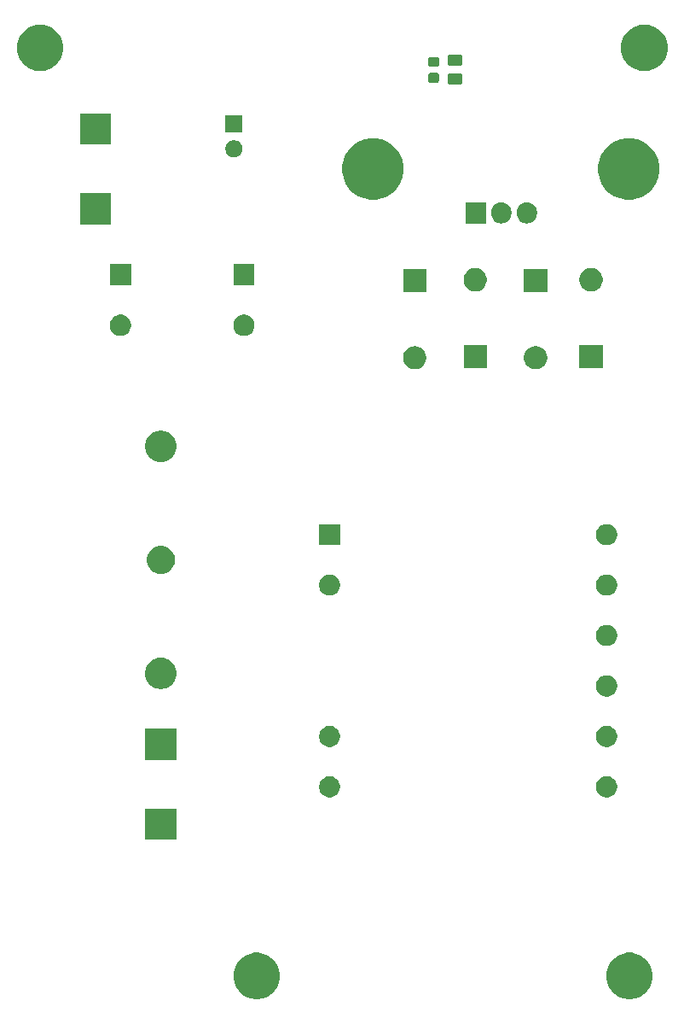
<source format=gts>
G04 #@! TF.GenerationSoftware,KiCad,Pcbnew,(5.1.5)-3*
G04 #@! TF.CreationDate,2020-04-14T19:53:29+02:00*
G04 #@! TF.ProjectId,5vfrommains,35766672-6f6d-46d6-9169-6e732e6b6963,rev?*
G04 #@! TF.SameCoordinates,Original*
G04 #@! TF.FileFunction,Soldermask,Top*
G04 #@! TF.FilePolarity,Negative*
%FSLAX46Y46*%
G04 Gerber Fmt 4.6, Leading zero omitted, Abs format (unit mm)*
G04 Created by KiCad (PCBNEW (5.1.5)-3) date 2020-04-14 19:53:29*
%MOMM*%
%LPD*%
G04 APERTURE LIST*
%ADD10C,0.100000*%
G04 APERTURE END LIST*
D10*
G36*
X237948903Y-137743213D02*
G01*
X238171177Y-137787426D01*
X238589932Y-137960880D01*
X238966802Y-138212696D01*
X239287304Y-138533198D01*
X239539120Y-138910068D01*
X239712574Y-139328823D01*
X239801000Y-139773371D01*
X239801000Y-140226629D01*
X239712574Y-140671177D01*
X239539120Y-141089932D01*
X239287304Y-141466802D01*
X238966802Y-141787304D01*
X238589932Y-142039120D01*
X238171177Y-142212574D01*
X237948903Y-142256787D01*
X237726630Y-142301000D01*
X237273370Y-142301000D01*
X237051097Y-142256787D01*
X236828823Y-142212574D01*
X236410068Y-142039120D01*
X236033198Y-141787304D01*
X235712696Y-141466802D01*
X235460880Y-141089932D01*
X235287426Y-140671177D01*
X235199000Y-140226629D01*
X235199000Y-139773371D01*
X235287426Y-139328823D01*
X235460880Y-138910068D01*
X235712696Y-138533198D01*
X236033198Y-138212696D01*
X236410068Y-137960880D01*
X236828823Y-137787426D01*
X237051097Y-137743213D01*
X237273370Y-137699000D01*
X237726630Y-137699000D01*
X237948903Y-137743213D01*
G37*
G36*
X200948903Y-137743213D02*
G01*
X201171177Y-137787426D01*
X201589932Y-137960880D01*
X201966802Y-138212696D01*
X202287304Y-138533198D01*
X202539120Y-138910068D01*
X202712574Y-139328823D01*
X202801000Y-139773371D01*
X202801000Y-140226629D01*
X202712574Y-140671177D01*
X202539120Y-141089932D01*
X202287304Y-141466802D01*
X201966802Y-141787304D01*
X201589932Y-142039120D01*
X201171177Y-142212574D01*
X200948903Y-142256787D01*
X200726630Y-142301000D01*
X200273370Y-142301000D01*
X200051097Y-142256787D01*
X199828823Y-142212574D01*
X199410068Y-142039120D01*
X199033198Y-141787304D01*
X198712696Y-141466802D01*
X198460880Y-141089932D01*
X198287426Y-140671177D01*
X198199000Y-140226629D01*
X198199000Y-139773371D01*
X198287426Y-139328823D01*
X198460880Y-138910068D01*
X198712696Y-138533198D01*
X199033198Y-138212696D01*
X199410068Y-137960880D01*
X199828823Y-137787426D01*
X200051097Y-137743213D01*
X200273370Y-137699000D01*
X200726630Y-137699000D01*
X200948903Y-137743213D01*
G37*
G36*
X192551000Y-126511000D02*
G01*
X189449000Y-126511000D01*
X189449000Y-123409000D01*
X192551000Y-123409000D01*
X192551000Y-126511000D01*
G37*
G36*
X208056564Y-120239389D02*
G01*
X208247833Y-120318615D01*
X208247835Y-120318616D01*
X208419973Y-120433635D01*
X208566365Y-120580027D01*
X208681385Y-120752167D01*
X208760611Y-120943436D01*
X208801000Y-121146484D01*
X208801000Y-121353516D01*
X208760611Y-121556564D01*
X208681385Y-121747833D01*
X208681384Y-121747835D01*
X208566365Y-121919973D01*
X208419973Y-122066365D01*
X208247835Y-122181384D01*
X208247834Y-122181385D01*
X208247833Y-122181385D01*
X208056564Y-122260611D01*
X207853516Y-122301000D01*
X207646484Y-122301000D01*
X207443436Y-122260611D01*
X207252167Y-122181385D01*
X207252166Y-122181385D01*
X207252165Y-122181384D01*
X207080027Y-122066365D01*
X206933635Y-121919973D01*
X206818616Y-121747835D01*
X206818615Y-121747833D01*
X206739389Y-121556564D01*
X206699000Y-121353516D01*
X206699000Y-121146484D01*
X206739389Y-120943436D01*
X206818615Y-120752167D01*
X206933635Y-120580027D01*
X207080027Y-120433635D01*
X207252165Y-120318616D01*
X207252167Y-120318615D01*
X207443436Y-120239389D01*
X207646484Y-120199000D01*
X207853516Y-120199000D01*
X208056564Y-120239389D01*
G37*
G36*
X235556564Y-120239389D02*
G01*
X235747833Y-120318615D01*
X235747835Y-120318616D01*
X235919973Y-120433635D01*
X236066365Y-120580027D01*
X236181385Y-120752167D01*
X236260611Y-120943436D01*
X236301000Y-121146484D01*
X236301000Y-121353516D01*
X236260611Y-121556564D01*
X236181385Y-121747833D01*
X236181384Y-121747835D01*
X236066365Y-121919973D01*
X235919973Y-122066365D01*
X235747835Y-122181384D01*
X235747834Y-122181385D01*
X235747833Y-122181385D01*
X235556564Y-122260611D01*
X235353516Y-122301000D01*
X235146484Y-122301000D01*
X234943436Y-122260611D01*
X234752167Y-122181385D01*
X234752166Y-122181385D01*
X234752165Y-122181384D01*
X234580027Y-122066365D01*
X234433635Y-121919973D01*
X234318616Y-121747835D01*
X234318615Y-121747833D01*
X234239389Y-121556564D01*
X234199000Y-121353516D01*
X234199000Y-121146484D01*
X234239389Y-120943436D01*
X234318615Y-120752167D01*
X234433635Y-120580027D01*
X234580027Y-120433635D01*
X234752165Y-120318616D01*
X234752167Y-120318615D01*
X234943436Y-120239389D01*
X235146484Y-120199000D01*
X235353516Y-120199000D01*
X235556564Y-120239389D01*
G37*
G36*
X192551000Y-118591000D02*
G01*
X189449000Y-118591000D01*
X189449000Y-115489000D01*
X192551000Y-115489000D01*
X192551000Y-118591000D01*
G37*
G36*
X235556564Y-115239389D02*
G01*
X235747833Y-115318615D01*
X235747835Y-115318616D01*
X235919973Y-115433635D01*
X236066365Y-115580027D01*
X236181385Y-115752167D01*
X236260611Y-115943436D01*
X236301000Y-116146484D01*
X236301000Y-116353516D01*
X236260611Y-116556564D01*
X236181385Y-116747833D01*
X236181384Y-116747835D01*
X236066365Y-116919973D01*
X235919973Y-117066365D01*
X235747835Y-117181384D01*
X235747834Y-117181385D01*
X235747833Y-117181385D01*
X235556564Y-117260611D01*
X235353516Y-117301000D01*
X235146484Y-117301000D01*
X234943436Y-117260611D01*
X234752167Y-117181385D01*
X234752166Y-117181385D01*
X234752165Y-117181384D01*
X234580027Y-117066365D01*
X234433635Y-116919973D01*
X234318616Y-116747835D01*
X234318615Y-116747833D01*
X234239389Y-116556564D01*
X234199000Y-116353516D01*
X234199000Y-116146484D01*
X234239389Y-115943436D01*
X234318615Y-115752167D01*
X234433635Y-115580027D01*
X234580027Y-115433635D01*
X234752165Y-115318616D01*
X234752167Y-115318615D01*
X234943436Y-115239389D01*
X235146484Y-115199000D01*
X235353516Y-115199000D01*
X235556564Y-115239389D01*
G37*
G36*
X208056564Y-115239389D02*
G01*
X208247833Y-115318615D01*
X208247835Y-115318616D01*
X208419973Y-115433635D01*
X208566365Y-115580027D01*
X208681385Y-115752167D01*
X208760611Y-115943436D01*
X208801000Y-116146484D01*
X208801000Y-116353516D01*
X208760611Y-116556564D01*
X208681385Y-116747833D01*
X208681384Y-116747835D01*
X208566365Y-116919973D01*
X208419973Y-117066365D01*
X208247835Y-117181384D01*
X208247834Y-117181385D01*
X208247833Y-117181385D01*
X208056564Y-117260611D01*
X207853516Y-117301000D01*
X207646484Y-117301000D01*
X207443436Y-117260611D01*
X207252167Y-117181385D01*
X207252166Y-117181385D01*
X207252165Y-117181384D01*
X207080027Y-117066365D01*
X206933635Y-116919973D01*
X206818616Y-116747835D01*
X206818615Y-116747833D01*
X206739389Y-116556564D01*
X206699000Y-116353516D01*
X206699000Y-116146484D01*
X206739389Y-115943436D01*
X206818615Y-115752167D01*
X206933635Y-115580027D01*
X207080027Y-115433635D01*
X207252165Y-115318616D01*
X207252167Y-115318615D01*
X207443436Y-115239389D01*
X207646484Y-115199000D01*
X207853516Y-115199000D01*
X208056564Y-115239389D01*
G37*
G36*
X235556564Y-110239389D02*
G01*
X235747833Y-110318615D01*
X235747835Y-110318616D01*
X235919973Y-110433635D01*
X236066365Y-110580027D01*
X236169696Y-110734672D01*
X236181385Y-110752167D01*
X236260611Y-110943436D01*
X236301000Y-111146484D01*
X236301000Y-111353516D01*
X236260611Y-111556564D01*
X236181385Y-111747833D01*
X236181384Y-111747835D01*
X236066365Y-111919973D01*
X235919973Y-112066365D01*
X235747835Y-112181384D01*
X235747834Y-112181385D01*
X235747833Y-112181385D01*
X235556564Y-112260611D01*
X235353516Y-112301000D01*
X235146484Y-112301000D01*
X234943436Y-112260611D01*
X234752167Y-112181385D01*
X234752166Y-112181385D01*
X234752165Y-112181384D01*
X234580027Y-112066365D01*
X234433635Y-111919973D01*
X234318616Y-111747835D01*
X234318615Y-111747833D01*
X234239389Y-111556564D01*
X234199000Y-111353516D01*
X234199000Y-111146484D01*
X234239389Y-110943436D01*
X234318615Y-110752167D01*
X234330305Y-110734672D01*
X234433635Y-110580027D01*
X234580027Y-110433635D01*
X234752165Y-110318616D01*
X234752167Y-110318615D01*
X234943436Y-110239389D01*
X235146484Y-110199000D01*
X235353516Y-110199000D01*
X235556564Y-110239389D01*
G37*
G36*
X191302585Y-108478802D02*
G01*
X191452410Y-108508604D01*
X191734674Y-108625521D01*
X191988705Y-108795259D01*
X192204741Y-109011295D01*
X192374479Y-109265326D01*
X192491396Y-109547590D01*
X192491396Y-109547591D01*
X192551000Y-109847239D01*
X192551000Y-110152761D01*
X192533768Y-110239390D01*
X192491396Y-110452410D01*
X192374479Y-110734674D01*
X192204741Y-110988705D01*
X191988705Y-111204741D01*
X191734674Y-111374479D01*
X191452410Y-111491396D01*
X191302585Y-111521198D01*
X191152761Y-111551000D01*
X190847239Y-111551000D01*
X190697415Y-111521198D01*
X190547590Y-111491396D01*
X190265326Y-111374479D01*
X190011295Y-111204741D01*
X189795259Y-110988705D01*
X189625521Y-110734674D01*
X189508604Y-110452410D01*
X189466232Y-110239390D01*
X189449000Y-110152761D01*
X189449000Y-109847239D01*
X189508604Y-109547591D01*
X189508604Y-109547590D01*
X189625521Y-109265326D01*
X189795259Y-109011295D01*
X190011295Y-108795259D01*
X190265326Y-108625521D01*
X190547590Y-108508604D01*
X190697415Y-108478802D01*
X190847239Y-108449000D01*
X191152761Y-108449000D01*
X191302585Y-108478802D01*
G37*
G36*
X235556564Y-105239389D02*
G01*
X235747833Y-105318615D01*
X235747835Y-105318616D01*
X235919973Y-105433635D01*
X236066365Y-105580027D01*
X236181385Y-105752167D01*
X236260611Y-105943436D01*
X236301000Y-106146484D01*
X236301000Y-106353516D01*
X236260611Y-106556564D01*
X236181385Y-106747833D01*
X236181384Y-106747835D01*
X236066365Y-106919973D01*
X235919973Y-107066365D01*
X235747835Y-107181384D01*
X235747834Y-107181385D01*
X235747833Y-107181385D01*
X235556564Y-107260611D01*
X235353516Y-107301000D01*
X235146484Y-107301000D01*
X234943436Y-107260611D01*
X234752167Y-107181385D01*
X234752166Y-107181385D01*
X234752165Y-107181384D01*
X234580027Y-107066365D01*
X234433635Y-106919973D01*
X234318616Y-106747835D01*
X234318615Y-106747833D01*
X234239389Y-106556564D01*
X234199000Y-106353516D01*
X234199000Y-106146484D01*
X234239389Y-105943436D01*
X234318615Y-105752167D01*
X234433635Y-105580027D01*
X234580027Y-105433635D01*
X234752165Y-105318616D01*
X234752167Y-105318615D01*
X234943436Y-105239389D01*
X235146484Y-105199000D01*
X235353516Y-105199000D01*
X235556564Y-105239389D01*
G37*
G36*
X235556564Y-100239389D02*
G01*
X235747833Y-100318615D01*
X235747835Y-100318616D01*
X235919973Y-100433635D01*
X236066365Y-100580027D01*
X236181385Y-100752167D01*
X236260611Y-100943436D01*
X236301000Y-101146484D01*
X236301000Y-101353516D01*
X236260611Y-101556564D01*
X236181385Y-101747833D01*
X236181384Y-101747835D01*
X236066365Y-101919973D01*
X235919973Y-102066365D01*
X235747835Y-102181384D01*
X235747834Y-102181385D01*
X235747833Y-102181385D01*
X235556564Y-102260611D01*
X235353516Y-102301000D01*
X235146484Y-102301000D01*
X234943436Y-102260611D01*
X234752167Y-102181385D01*
X234752166Y-102181385D01*
X234752165Y-102181384D01*
X234580027Y-102066365D01*
X234433635Y-101919973D01*
X234318616Y-101747835D01*
X234318615Y-101747833D01*
X234239389Y-101556564D01*
X234199000Y-101353516D01*
X234199000Y-101146484D01*
X234239389Y-100943436D01*
X234318615Y-100752167D01*
X234433635Y-100580027D01*
X234580027Y-100433635D01*
X234752165Y-100318616D01*
X234752167Y-100318615D01*
X234943436Y-100239389D01*
X235146484Y-100199000D01*
X235353516Y-100199000D01*
X235556564Y-100239389D01*
G37*
G36*
X208056564Y-100239389D02*
G01*
X208247833Y-100318615D01*
X208247835Y-100318616D01*
X208419973Y-100433635D01*
X208566365Y-100580027D01*
X208681385Y-100752167D01*
X208760611Y-100943436D01*
X208801000Y-101146484D01*
X208801000Y-101353516D01*
X208760611Y-101556564D01*
X208681385Y-101747833D01*
X208681384Y-101747835D01*
X208566365Y-101919973D01*
X208419973Y-102066365D01*
X208247835Y-102181384D01*
X208247834Y-102181385D01*
X208247833Y-102181385D01*
X208056564Y-102260611D01*
X207853516Y-102301000D01*
X207646484Y-102301000D01*
X207443436Y-102260611D01*
X207252167Y-102181385D01*
X207252166Y-102181385D01*
X207252165Y-102181384D01*
X207080027Y-102066365D01*
X206933635Y-101919973D01*
X206818616Y-101747835D01*
X206818615Y-101747833D01*
X206739389Y-101556564D01*
X206699000Y-101353516D01*
X206699000Y-101146484D01*
X206739389Y-100943436D01*
X206818615Y-100752167D01*
X206933635Y-100580027D01*
X207080027Y-100433635D01*
X207252165Y-100318616D01*
X207252167Y-100318615D01*
X207443436Y-100239389D01*
X207646484Y-100199000D01*
X207853516Y-100199000D01*
X208056564Y-100239389D01*
G37*
G36*
X191318433Y-97384893D02*
G01*
X191408657Y-97402839D01*
X191514267Y-97446585D01*
X191663621Y-97508449D01*
X191663622Y-97508450D01*
X191893086Y-97661772D01*
X192088228Y-97856914D01*
X192190675Y-98010237D01*
X192241551Y-98086379D01*
X192347161Y-98341344D01*
X192401000Y-98612012D01*
X192401000Y-98887988D01*
X192347161Y-99158656D01*
X192241551Y-99413621D01*
X192241550Y-99413622D01*
X192088228Y-99643086D01*
X191893086Y-99838228D01*
X191739763Y-99940675D01*
X191663621Y-99991551D01*
X191514267Y-100053415D01*
X191408657Y-100097161D01*
X191318433Y-100115107D01*
X191137988Y-100151000D01*
X190862012Y-100151000D01*
X190681567Y-100115107D01*
X190591343Y-100097161D01*
X190485733Y-100053415D01*
X190336379Y-99991551D01*
X190260237Y-99940675D01*
X190106914Y-99838228D01*
X189911772Y-99643086D01*
X189758450Y-99413622D01*
X189758449Y-99413621D01*
X189652839Y-99158656D01*
X189599000Y-98887988D01*
X189599000Y-98612012D01*
X189652839Y-98341344D01*
X189758449Y-98086379D01*
X189809325Y-98010237D01*
X189911772Y-97856914D01*
X190106914Y-97661772D01*
X190336378Y-97508450D01*
X190336379Y-97508449D01*
X190485733Y-97446585D01*
X190591343Y-97402839D01*
X190681567Y-97384893D01*
X190862012Y-97349000D01*
X191137988Y-97349000D01*
X191318433Y-97384893D01*
G37*
G36*
X235556564Y-95239389D02*
G01*
X235747833Y-95318615D01*
X235747835Y-95318616D01*
X235919973Y-95433635D01*
X236066365Y-95580027D01*
X236181385Y-95752167D01*
X236260611Y-95943436D01*
X236301000Y-96146484D01*
X236301000Y-96353516D01*
X236260611Y-96556564D01*
X236181385Y-96747833D01*
X236181384Y-96747835D01*
X236066365Y-96919973D01*
X235919973Y-97066365D01*
X235747835Y-97181384D01*
X235747834Y-97181385D01*
X235747833Y-97181385D01*
X235556564Y-97260611D01*
X235353516Y-97301000D01*
X235146484Y-97301000D01*
X234943436Y-97260611D01*
X234752167Y-97181385D01*
X234752166Y-97181385D01*
X234752165Y-97181384D01*
X234580027Y-97066365D01*
X234433635Y-96919973D01*
X234318616Y-96747835D01*
X234318615Y-96747833D01*
X234239389Y-96556564D01*
X234199000Y-96353516D01*
X234199000Y-96146484D01*
X234239389Y-95943436D01*
X234318615Y-95752167D01*
X234433635Y-95580027D01*
X234580027Y-95433635D01*
X234752165Y-95318616D01*
X234752167Y-95318615D01*
X234943436Y-95239389D01*
X235146484Y-95199000D01*
X235353516Y-95199000D01*
X235556564Y-95239389D01*
G37*
G36*
X208801000Y-97301000D02*
G01*
X206699000Y-97301000D01*
X206699000Y-95199000D01*
X208801000Y-95199000D01*
X208801000Y-97301000D01*
G37*
G36*
X191302585Y-85978802D02*
G01*
X191452410Y-86008604D01*
X191734674Y-86125521D01*
X191988705Y-86295259D01*
X192204741Y-86511295D01*
X192374479Y-86765326D01*
X192491396Y-87047590D01*
X192551000Y-87347240D01*
X192551000Y-87652760D01*
X192491396Y-87952410D01*
X192374479Y-88234674D01*
X192204741Y-88488705D01*
X191988705Y-88704741D01*
X191734674Y-88874479D01*
X191452410Y-88991396D01*
X191302585Y-89021198D01*
X191152761Y-89051000D01*
X190847239Y-89051000D01*
X190697415Y-89021198D01*
X190547590Y-88991396D01*
X190265326Y-88874479D01*
X190011295Y-88704741D01*
X189795259Y-88488705D01*
X189625521Y-88234674D01*
X189508604Y-87952410D01*
X189449000Y-87652760D01*
X189449000Y-87347240D01*
X189508604Y-87047590D01*
X189625521Y-86765326D01*
X189795259Y-86511295D01*
X190011295Y-86295259D01*
X190265326Y-86125521D01*
X190547590Y-86008604D01*
X190697415Y-85978802D01*
X190847239Y-85949000D01*
X191152761Y-85949000D01*
X191302585Y-85978802D01*
G37*
G36*
X216424549Y-77591116D02*
G01*
X216535734Y-77613232D01*
X216745203Y-77699997D01*
X216933720Y-77825960D01*
X217094040Y-77986280D01*
X217220003Y-78174797D01*
X217306768Y-78384266D01*
X217351000Y-78606636D01*
X217351000Y-78833364D01*
X217306768Y-79055734D01*
X217220003Y-79265203D01*
X217094040Y-79453720D01*
X216933720Y-79614040D01*
X216745203Y-79740003D01*
X216535734Y-79826768D01*
X216424549Y-79848884D01*
X216313365Y-79871000D01*
X216086635Y-79871000D01*
X215975451Y-79848884D01*
X215864266Y-79826768D01*
X215654797Y-79740003D01*
X215466280Y-79614040D01*
X215305960Y-79453720D01*
X215179997Y-79265203D01*
X215093232Y-79055734D01*
X215049000Y-78833364D01*
X215049000Y-78606636D01*
X215093232Y-78384266D01*
X215179997Y-78174797D01*
X215305960Y-77986280D01*
X215466280Y-77825960D01*
X215654797Y-77699997D01*
X215864266Y-77613232D01*
X215975451Y-77591116D01*
X216086635Y-77569000D01*
X216313365Y-77569000D01*
X216424549Y-77591116D01*
G37*
G36*
X228424549Y-77591116D02*
G01*
X228535734Y-77613232D01*
X228745203Y-77699997D01*
X228933720Y-77825960D01*
X229094040Y-77986280D01*
X229220003Y-78174797D01*
X229306768Y-78384266D01*
X229351000Y-78606636D01*
X229351000Y-78833364D01*
X229306768Y-79055734D01*
X229220003Y-79265203D01*
X229094040Y-79453720D01*
X228933720Y-79614040D01*
X228745203Y-79740003D01*
X228535734Y-79826768D01*
X228424549Y-79848884D01*
X228313365Y-79871000D01*
X228086635Y-79871000D01*
X227975451Y-79848884D01*
X227864266Y-79826768D01*
X227654797Y-79740003D01*
X227466280Y-79614040D01*
X227305960Y-79453720D01*
X227179997Y-79265203D01*
X227093232Y-79055734D01*
X227049000Y-78833364D01*
X227049000Y-78606636D01*
X227093232Y-78384266D01*
X227179997Y-78174797D01*
X227305960Y-77986280D01*
X227466280Y-77825960D01*
X227654797Y-77699997D01*
X227864266Y-77613232D01*
X227975451Y-77591116D01*
X228086635Y-77569000D01*
X228313365Y-77569000D01*
X228424549Y-77591116D01*
G37*
G36*
X234851000Y-79751000D02*
G01*
X232549000Y-79751000D01*
X232549000Y-77449000D01*
X234851000Y-77449000D01*
X234851000Y-79751000D01*
G37*
G36*
X223351000Y-79751000D02*
G01*
X221049000Y-79751000D01*
X221049000Y-77449000D01*
X223351000Y-77449000D01*
X223351000Y-79751000D01*
G37*
G36*
X199556564Y-74489389D02*
G01*
X199747833Y-74568615D01*
X199747835Y-74568616D01*
X199919973Y-74683635D01*
X200066365Y-74830027D01*
X200181385Y-75002167D01*
X200260611Y-75193436D01*
X200301000Y-75396484D01*
X200301000Y-75603516D01*
X200260611Y-75806564D01*
X200181385Y-75997833D01*
X200181384Y-75997835D01*
X200066365Y-76169973D01*
X199919973Y-76316365D01*
X199747835Y-76431384D01*
X199747834Y-76431385D01*
X199747833Y-76431385D01*
X199556564Y-76510611D01*
X199353516Y-76551000D01*
X199146484Y-76551000D01*
X198943436Y-76510611D01*
X198752167Y-76431385D01*
X198752166Y-76431385D01*
X198752165Y-76431384D01*
X198580027Y-76316365D01*
X198433635Y-76169973D01*
X198318616Y-75997835D01*
X198318615Y-75997833D01*
X198239389Y-75806564D01*
X198199000Y-75603516D01*
X198199000Y-75396484D01*
X198239389Y-75193436D01*
X198318615Y-75002167D01*
X198433635Y-74830027D01*
X198580027Y-74683635D01*
X198752165Y-74568616D01*
X198752167Y-74568615D01*
X198943436Y-74489389D01*
X199146484Y-74449000D01*
X199353516Y-74449000D01*
X199556564Y-74489389D01*
G37*
G36*
X187306564Y-74489389D02*
G01*
X187497833Y-74568615D01*
X187497835Y-74568616D01*
X187669973Y-74683635D01*
X187816365Y-74830027D01*
X187931385Y-75002167D01*
X188010611Y-75193436D01*
X188051000Y-75396484D01*
X188051000Y-75603516D01*
X188010611Y-75806564D01*
X187931385Y-75997833D01*
X187931384Y-75997835D01*
X187816365Y-76169973D01*
X187669973Y-76316365D01*
X187497835Y-76431384D01*
X187497834Y-76431385D01*
X187497833Y-76431385D01*
X187306564Y-76510611D01*
X187103516Y-76551000D01*
X186896484Y-76551000D01*
X186693436Y-76510611D01*
X186502167Y-76431385D01*
X186502166Y-76431385D01*
X186502165Y-76431384D01*
X186330027Y-76316365D01*
X186183635Y-76169973D01*
X186068616Y-75997835D01*
X186068615Y-75997833D01*
X185989389Y-75806564D01*
X185949000Y-75603516D01*
X185949000Y-75396484D01*
X185989389Y-75193436D01*
X186068615Y-75002167D01*
X186183635Y-74830027D01*
X186330027Y-74683635D01*
X186502165Y-74568616D01*
X186502167Y-74568615D01*
X186693436Y-74489389D01*
X186896484Y-74449000D01*
X187103516Y-74449000D01*
X187306564Y-74489389D01*
G37*
G36*
X229351000Y-72251000D02*
G01*
X227049000Y-72251000D01*
X227049000Y-69949000D01*
X229351000Y-69949000D01*
X229351000Y-72251000D01*
G37*
G36*
X217351000Y-72251000D02*
G01*
X215049000Y-72251000D01*
X215049000Y-69949000D01*
X217351000Y-69949000D01*
X217351000Y-72251000D01*
G37*
G36*
X233924549Y-69851116D02*
G01*
X234035734Y-69873232D01*
X234245203Y-69959997D01*
X234433720Y-70085960D01*
X234594040Y-70246280D01*
X234720003Y-70434797D01*
X234806768Y-70644266D01*
X234851000Y-70866636D01*
X234851000Y-71093364D01*
X234806768Y-71315734D01*
X234720003Y-71525203D01*
X234594040Y-71713720D01*
X234433720Y-71874040D01*
X234245203Y-72000003D01*
X234035734Y-72086768D01*
X233924549Y-72108884D01*
X233813365Y-72131000D01*
X233586635Y-72131000D01*
X233475451Y-72108884D01*
X233364266Y-72086768D01*
X233154797Y-72000003D01*
X232966280Y-71874040D01*
X232805960Y-71713720D01*
X232679997Y-71525203D01*
X232593232Y-71315734D01*
X232549000Y-71093364D01*
X232549000Y-70866636D01*
X232593232Y-70644266D01*
X232679997Y-70434797D01*
X232805960Y-70246280D01*
X232966280Y-70085960D01*
X233154797Y-69959997D01*
X233364266Y-69873232D01*
X233475451Y-69851116D01*
X233586635Y-69829000D01*
X233813365Y-69829000D01*
X233924549Y-69851116D01*
G37*
G36*
X222424549Y-69851116D02*
G01*
X222535734Y-69873232D01*
X222745203Y-69959997D01*
X222933720Y-70085960D01*
X223094040Y-70246280D01*
X223220003Y-70434797D01*
X223306768Y-70644266D01*
X223351000Y-70866636D01*
X223351000Y-71093364D01*
X223306768Y-71315734D01*
X223220003Y-71525203D01*
X223094040Y-71713720D01*
X222933720Y-71874040D01*
X222745203Y-72000003D01*
X222535734Y-72086768D01*
X222424549Y-72108884D01*
X222313365Y-72131000D01*
X222086635Y-72131000D01*
X221975451Y-72108884D01*
X221864266Y-72086768D01*
X221654797Y-72000003D01*
X221466280Y-71874040D01*
X221305960Y-71713720D01*
X221179997Y-71525203D01*
X221093232Y-71315734D01*
X221049000Y-71093364D01*
X221049000Y-70866636D01*
X221093232Y-70644266D01*
X221179997Y-70434797D01*
X221305960Y-70246280D01*
X221466280Y-70085960D01*
X221654797Y-69959997D01*
X221864266Y-69873232D01*
X221975451Y-69851116D01*
X222086635Y-69829000D01*
X222313365Y-69829000D01*
X222424549Y-69851116D01*
G37*
G36*
X188051000Y-71551000D02*
G01*
X185949000Y-71551000D01*
X185949000Y-69449000D01*
X188051000Y-69449000D01*
X188051000Y-71551000D01*
G37*
G36*
X200301000Y-71551000D02*
G01*
X198199000Y-71551000D01*
X198199000Y-69449000D01*
X200301000Y-69449000D01*
X200301000Y-71551000D01*
G37*
G36*
X186051000Y-65511000D02*
G01*
X182949000Y-65511000D01*
X182949000Y-62409000D01*
X186051000Y-62409000D01*
X186051000Y-65511000D01*
G37*
G36*
X227526719Y-63313520D02*
G01*
X227715880Y-63370901D01*
X227715883Y-63370902D01*
X227808333Y-63420318D01*
X227890212Y-63464083D01*
X228043015Y-63589485D01*
X228168417Y-63742288D01*
X228261599Y-63916619D01*
X228318980Y-64105780D01*
X228333500Y-64253206D01*
X228333500Y-64446793D01*
X228318980Y-64594219D01*
X228261599Y-64783380D01*
X228261598Y-64783383D01*
X228212182Y-64875833D01*
X228168417Y-64957712D01*
X228043015Y-65110515D01*
X227890212Y-65235917D01*
X227715881Y-65329099D01*
X227526720Y-65386480D01*
X227330000Y-65405855D01*
X227133281Y-65386480D01*
X226944120Y-65329099D01*
X226769788Y-65235917D01*
X226616985Y-65110515D01*
X226491583Y-64957712D01*
X226398401Y-64783381D01*
X226341020Y-64594220D01*
X226326500Y-64446794D01*
X226326500Y-64253207D01*
X226341020Y-64105781D01*
X226398401Y-63916620D01*
X226398402Y-63916617D01*
X226447818Y-63824167D01*
X226491583Y-63742288D01*
X226616985Y-63589485D01*
X226769788Y-63464083D01*
X226944119Y-63370901D01*
X227133280Y-63313520D01*
X227330000Y-63294145D01*
X227526719Y-63313520D01*
G37*
G36*
X224986719Y-63313520D02*
G01*
X225175880Y-63370901D01*
X225175883Y-63370902D01*
X225268333Y-63420318D01*
X225350212Y-63464083D01*
X225503015Y-63589485D01*
X225628417Y-63742288D01*
X225721599Y-63916619D01*
X225778980Y-64105780D01*
X225793500Y-64253206D01*
X225793500Y-64446793D01*
X225778980Y-64594219D01*
X225721599Y-64783380D01*
X225721598Y-64783383D01*
X225672182Y-64875833D01*
X225628417Y-64957712D01*
X225503015Y-65110515D01*
X225350212Y-65235917D01*
X225175881Y-65329099D01*
X224986720Y-65386480D01*
X224790000Y-65405855D01*
X224593281Y-65386480D01*
X224404120Y-65329099D01*
X224229788Y-65235917D01*
X224076985Y-65110515D01*
X223951583Y-64957712D01*
X223858401Y-64783381D01*
X223801020Y-64594220D01*
X223786500Y-64446794D01*
X223786500Y-64253207D01*
X223801020Y-64105781D01*
X223858401Y-63916620D01*
X223858402Y-63916617D01*
X223907818Y-63824167D01*
X223951583Y-63742288D01*
X224076985Y-63589485D01*
X224229788Y-63464083D01*
X224404119Y-63370901D01*
X224593280Y-63313520D01*
X224790000Y-63294145D01*
X224986719Y-63313520D01*
G37*
G36*
X223253500Y-65401000D02*
G01*
X221246500Y-65401000D01*
X221246500Y-63299000D01*
X223253500Y-63299000D01*
X223253500Y-65401000D01*
G37*
G36*
X212939943Y-57066248D02*
G01*
X213495189Y-57296238D01*
X213736564Y-57457520D01*
X213994899Y-57630134D01*
X214419866Y-58055101D01*
X214548909Y-58248228D01*
X214753762Y-58554811D01*
X214983752Y-59110057D01*
X215101000Y-59699501D01*
X215101000Y-60300499D01*
X214983752Y-60889943D01*
X214753762Y-61445189D01*
X214753761Y-61445190D01*
X214419866Y-61944899D01*
X213994899Y-62369866D01*
X213743347Y-62537948D01*
X213495189Y-62703762D01*
X212939943Y-62933752D01*
X212350499Y-63051000D01*
X211749501Y-63051000D01*
X211160057Y-62933752D01*
X210604811Y-62703762D01*
X210356653Y-62537948D01*
X210105101Y-62369866D01*
X209680134Y-61944899D01*
X209346239Y-61445190D01*
X209346238Y-61445189D01*
X209116248Y-60889943D01*
X208999000Y-60300499D01*
X208999000Y-59699501D01*
X209116248Y-59110057D01*
X209346238Y-58554811D01*
X209551091Y-58248228D01*
X209680134Y-58055101D01*
X210105101Y-57630134D01*
X210363436Y-57457520D01*
X210604811Y-57296238D01*
X211160057Y-57066248D01*
X211749501Y-56949000D01*
X212350499Y-56949000D01*
X212939943Y-57066248D01*
G37*
G36*
X238339943Y-57066248D02*
G01*
X238895189Y-57296238D01*
X239136564Y-57457520D01*
X239394899Y-57630134D01*
X239819866Y-58055101D01*
X239948909Y-58248228D01*
X240153762Y-58554811D01*
X240383752Y-59110057D01*
X240501000Y-59699501D01*
X240501000Y-60300499D01*
X240383752Y-60889943D01*
X240153762Y-61445189D01*
X240153761Y-61445190D01*
X239819866Y-61944899D01*
X239394899Y-62369866D01*
X239143347Y-62537948D01*
X238895189Y-62703762D01*
X238339943Y-62933752D01*
X237750499Y-63051000D01*
X237149501Y-63051000D01*
X236560057Y-62933752D01*
X236004811Y-62703762D01*
X235756653Y-62537948D01*
X235505101Y-62369866D01*
X235080134Y-61944899D01*
X234746239Y-61445190D01*
X234746238Y-61445189D01*
X234516248Y-60889943D01*
X234399000Y-60300499D01*
X234399000Y-59699501D01*
X234516248Y-59110057D01*
X234746238Y-58554811D01*
X234951091Y-58248228D01*
X235080134Y-58055101D01*
X235505101Y-57630134D01*
X235763436Y-57457520D01*
X236004811Y-57296238D01*
X236560057Y-57066248D01*
X237149501Y-56949000D01*
X237750499Y-56949000D01*
X238339943Y-57066248D01*
G37*
G36*
X198498228Y-57181703D02*
G01*
X198653100Y-57245853D01*
X198792481Y-57338985D01*
X198911015Y-57457519D01*
X199004147Y-57596900D01*
X199068297Y-57751772D01*
X199101000Y-57916184D01*
X199101000Y-58083816D01*
X199068297Y-58248228D01*
X199004147Y-58403100D01*
X198911015Y-58542481D01*
X198792481Y-58661015D01*
X198653100Y-58754147D01*
X198498228Y-58818297D01*
X198333816Y-58851000D01*
X198166184Y-58851000D01*
X198001772Y-58818297D01*
X197846900Y-58754147D01*
X197707519Y-58661015D01*
X197588985Y-58542481D01*
X197495853Y-58403100D01*
X197431703Y-58248228D01*
X197399000Y-58083816D01*
X197399000Y-57916184D01*
X197431703Y-57751772D01*
X197495853Y-57596900D01*
X197588985Y-57457519D01*
X197707519Y-57338985D01*
X197846900Y-57245853D01*
X198001772Y-57181703D01*
X198166184Y-57149000D01*
X198333816Y-57149000D01*
X198498228Y-57181703D01*
G37*
G36*
X186051000Y-57591000D02*
G01*
X182949000Y-57591000D01*
X182949000Y-54489000D01*
X186051000Y-54489000D01*
X186051000Y-57591000D01*
G37*
G36*
X199101000Y-56351000D02*
G01*
X197399000Y-56351000D01*
X197399000Y-54649000D01*
X199101000Y-54649000D01*
X199101000Y-56351000D01*
G37*
G36*
X220784468Y-50553565D02*
G01*
X220823138Y-50565296D01*
X220858777Y-50584346D01*
X220890017Y-50609983D01*
X220915654Y-50641223D01*
X220934704Y-50676862D01*
X220946435Y-50715532D01*
X220951000Y-50761888D01*
X220951000Y-51413112D01*
X220946435Y-51459468D01*
X220934704Y-51498138D01*
X220915654Y-51533777D01*
X220890017Y-51565017D01*
X220858777Y-51590654D01*
X220823138Y-51609704D01*
X220784468Y-51621435D01*
X220738112Y-51626000D01*
X219661888Y-51626000D01*
X219615532Y-51621435D01*
X219576862Y-51609704D01*
X219541223Y-51590654D01*
X219509983Y-51565017D01*
X219484346Y-51533777D01*
X219465296Y-51498138D01*
X219453565Y-51459468D01*
X219449000Y-51413112D01*
X219449000Y-50761888D01*
X219453565Y-50715532D01*
X219465296Y-50676862D01*
X219484346Y-50641223D01*
X219509983Y-50609983D01*
X219541223Y-50584346D01*
X219576862Y-50565296D01*
X219615532Y-50553565D01*
X219661888Y-50549000D01*
X220738112Y-50549000D01*
X220784468Y-50553565D01*
G37*
G36*
X218459591Y-50473085D02*
G01*
X218493569Y-50483393D01*
X218524890Y-50500134D01*
X218552339Y-50522661D01*
X218574866Y-50550110D01*
X218591607Y-50581431D01*
X218601915Y-50615409D01*
X218606000Y-50656890D01*
X218606000Y-51258110D01*
X218601915Y-51299591D01*
X218591607Y-51333569D01*
X218574866Y-51364890D01*
X218552339Y-51392339D01*
X218524890Y-51414866D01*
X218493569Y-51431607D01*
X218459591Y-51441915D01*
X218418110Y-51446000D01*
X217741890Y-51446000D01*
X217700409Y-51441915D01*
X217666431Y-51431607D01*
X217635110Y-51414866D01*
X217607661Y-51392339D01*
X217585134Y-51364890D01*
X217568393Y-51333569D01*
X217558085Y-51299591D01*
X217554000Y-51258110D01*
X217554000Y-50656890D01*
X217558085Y-50615409D01*
X217568393Y-50581431D01*
X217585134Y-50550110D01*
X217607661Y-50522661D01*
X217635110Y-50500134D01*
X217666431Y-50483393D01*
X217700409Y-50473085D01*
X217741890Y-50469000D01*
X218418110Y-50469000D01*
X218459591Y-50473085D01*
G37*
G36*
X239448903Y-45743213D02*
G01*
X239671177Y-45787426D01*
X240089932Y-45960880D01*
X240466802Y-46212696D01*
X240787304Y-46533198D01*
X241039120Y-46910068D01*
X241212574Y-47328823D01*
X241301000Y-47773371D01*
X241301000Y-48226629D01*
X241212574Y-48671177D01*
X241039120Y-49089932D01*
X240787304Y-49466802D01*
X240466802Y-49787304D01*
X240089932Y-50039120D01*
X239671177Y-50212574D01*
X239448903Y-50256787D01*
X239226630Y-50301000D01*
X238773370Y-50301000D01*
X238551097Y-50256787D01*
X238328823Y-50212574D01*
X237910068Y-50039120D01*
X237533198Y-49787304D01*
X237212696Y-49466802D01*
X236960880Y-49089932D01*
X236787426Y-48671177D01*
X236699000Y-48226629D01*
X236699000Y-47773371D01*
X236787426Y-47328823D01*
X236960880Y-46910068D01*
X237212696Y-46533198D01*
X237533198Y-46212696D01*
X237910068Y-45960880D01*
X238328823Y-45787426D01*
X238551097Y-45743213D01*
X238773370Y-45699000D01*
X239226630Y-45699000D01*
X239448903Y-45743213D01*
G37*
G36*
X179448903Y-45743213D02*
G01*
X179671177Y-45787426D01*
X180089932Y-45960880D01*
X180466802Y-46212696D01*
X180787304Y-46533198D01*
X181039120Y-46910068D01*
X181212574Y-47328823D01*
X181301000Y-47773371D01*
X181301000Y-48226629D01*
X181212574Y-48671177D01*
X181039120Y-49089932D01*
X180787304Y-49466802D01*
X180466802Y-49787304D01*
X180089932Y-50039120D01*
X179671177Y-50212574D01*
X179448903Y-50256787D01*
X179226630Y-50301000D01*
X178773370Y-50301000D01*
X178551097Y-50256787D01*
X178328823Y-50212574D01*
X177910068Y-50039120D01*
X177533198Y-49787304D01*
X177212696Y-49466802D01*
X176960880Y-49089932D01*
X176787426Y-48671177D01*
X176699000Y-48226629D01*
X176699000Y-47773371D01*
X176787426Y-47328823D01*
X176960880Y-46910068D01*
X177212696Y-46533198D01*
X177533198Y-46212696D01*
X177910068Y-45960880D01*
X178328823Y-45787426D01*
X178551097Y-45743213D01*
X178773370Y-45699000D01*
X179226630Y-45699000D01*
X179448903Y-45743213D01*
G37*
G36*
X218459591Y-48898085D02*
G01*
X218493569Y-48908393D01*
X218524890Y-48925134D01*
X218552339Y-48947661D01*
X218574866Y-48975110D01*
X218591607Y-49006431D01*
X218601915Y-49040409D01*
X218606000Y-49081890D01*
X218606000Y-49683110D01*
X218601915Y-49724591D01*
X218591607Y-49758569D01*
X218574866Y-49789890D01*
X218552339Y-49817339D01*
X218524890Y-49839866D01*
X218493569Y-49856607D01*
X218459591Y-49866915D01*
X218418110Y-49871000D01*
X217741890Y-49871000D01*
X217700409Y-49866915D01*
X217666431Y-49856607D01*
X217635110Y-49839866D01*
X217607661Y-49817339D01*
X217585134Y-49789890D01*
X217568393Y-49758569D01*
X217558085Y-49724591D01*
X217554000Y-49683110D01*
X217554000Y-49081890D01*
X217558085Y-49040409D01*
X217568393Y-49006431D01*
X217585134Y-48975110D01*
X217607661Y-48947661D01*
X217635110Y-48925134D01*
X217666431Y-48908393D01*
X217700409Y-48898085D01*
X217741890Y-48894000D01*
X218418110Y-48894000D01*
X218459591Y-48898085D01*
G37*
G36*
X220784468Y-48678565D02*
G01*
X220823138Y-48690296D01*
X220858777Y-48709346D01*
X220890017Y-48734983D01*
X220915654Y-48766223D01*
X220934704Y-48801862D01*
X220946435Y-48840532D01*
X220951000Y-48886888D01*
X220951000Y-49538112D01*
X220946435Y-49584468D01*
X220934704Y-49623138D01*
X220915654Y-49658777D01*
X220890017Y-49690017D01*
X220858777Y-49715654D01*
X220823138Y-49734704D01*
X220784468Y-49746435D01*
X220738112Y-49751000D01*
X219661888Y-49751000D01*
X219615532Y-49746435D01*
X219576862Y-49734704D01*
X219541223Y-49715654D01*
X219509983Y-49690017D01*
X219484346Y-49658777D01*
X219465296Y-49623138D01*
X219453565Y-49584468D01*
X219449000Y-49538112D01*
X219449000Y-48886888D01*
X219453565Y-48840532D01*
X219465296Y-48801862D01*
X219484346Y-48766223D01*
X219509983Y-48734983D01*
X219541223Y-48709346D01*
X219576862Y-48690296D01*
X219615532Y-48678565D01*
X219661888Y-48674000D01*
X220738112Y-48674000D01*
X220784468Y-48678565D01*
G37*
M02*

</source>
